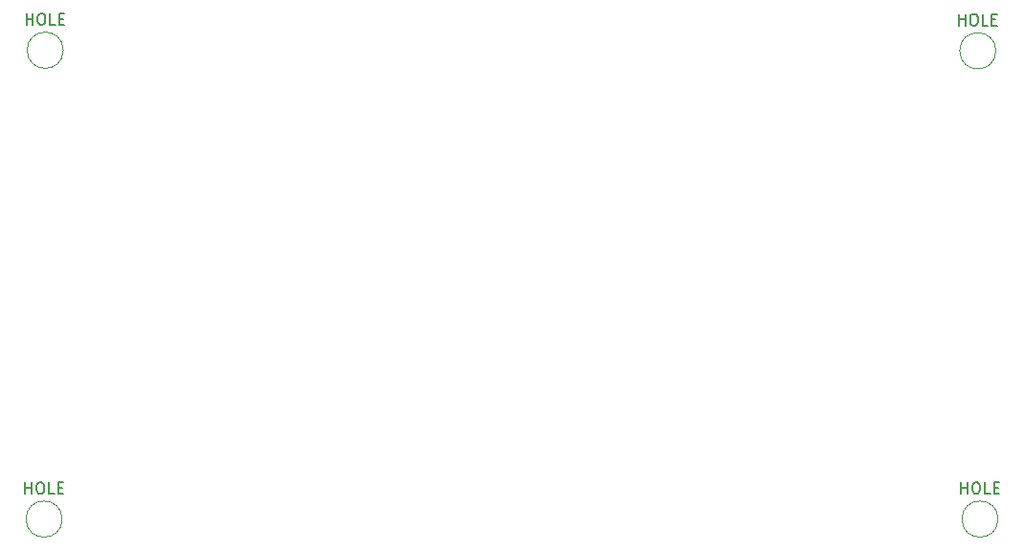
<source format=gbr>
%TF.GenerationSoftware,KiCad,Pcbnew,(5.1.6)-1*%
%TF.CreationDate,2020-10-14T00:51:24+03:00*%
%TF.ProjectId,aplx6.rev2.blank,61706c78-362e-4726-9576-322e626c616e,rev?*%
%TF.SameCoordinates,Original*%
%TF.FileFunction,Other,Fab,Top*%
%FSLAX46Y46*%
G04 Gerber Fmt 4.6, Leading zero omitted, Abs format (unit mm)*
G04 Created by KiCad (PCBNEW (5.1.6)-1) date 2020-10-14 00:51:24*
%MOMM*%
%LPD*%
G01*
G04 APERTURE LIST*
%ADD10C,0.120000*%
%ADD11C,0.150000*%
G04 APERTURE END LIST*
D10*
%TO.C,U4*%
X191250000Y-103000000D02*
G75*
G03*
X191250000Y-103000000I-1600000J0D01*
G01*
X191050000Y-61550000D02*
G75*
G03*
X191050000Y-61550000I-1600000J0D01*
G01*
X108450000Y-103000000D02*
G75*
G03*
X108450000Y-103000000I-1600000J0D01*
G01*
X108550000Y-61500000D02*
G75*
G03*
X108550000Y-61500000I-1600000J0D01*
G01*
%TD*%
%TO.C,U4*%
D11*
X187983333Y-100752380D02*
X187983333Y-99752380D01*
X187983333Y-100228571D02*
X188554761Y-100228571D01*
X188554761Y-100752380D02*
X188554761Y-99752380D01*
X189221428Y-99752380D02*
X189411904Y-99752380D01*
X189507142Y-99800000D01*
X189602380Y-99895238D01*
X189650000Y-100085714D01*
X189650000Y-100419047D01*
X189602380Y-100609523D01*
X189507142Y-100704761D01*
X189411904Y-100752380D01*
X189221428Y-100752380D01*
X189126190Y-100704761D01*
X189030952Y-100609523D01*
X188983333Y-100419047D01*
X188983333Y-100085714D01*
X189030952Y-99895238D01*
X189126190Y-99800000D01*
X189221428Y-99752380D01*
X190554761Y-100752380D02*
X190078571Y-100752380D01*
X190078571Y-99752380D01*
X190888095Y-100228571D02*
X191221428Y-100228571D01*
X191364285Y-100752380D02*
X190888095Y-100752380D01*
X190888095Y-99752380D01*
X191364285Y-99752380D01*
X187783333Y-59302380D02*
X187783333Y-58302380D01*
X187783333Y-58778571D02*
X188354761Y-58778571D01*
X188354761Y-59302380D02*
X188354761Y-58302380D01*
X189021428Y-58302380D02*
X189211904Y-58302380D01*
X189307142Y-58350000D01*
X189402380Y-58445238D01*
X189450000Y-58635714D01*
X189450000Y-58969047D01*
X189402380Y-59159523D01*
X189307142Y-59254761D01*
X189211904Y-59302380D01*
X189021428Y-59302380D01*
X188926190Y-59254761D01*
X188830952Y-59159523D01*
X188783333Y-58969047D01*
X188783333Y-58635714D01*
X188830952Y-58445238D01*
X188926190Y-58350000D01*
X189021428Y-58302380D01*
X190354761Y-59302380D02*
X189878571Y-59302380D01*
X189878571Y-58302380D01*
X190688095Y-58778571D02*
X191021428Y-58778571D01*
X191164285Y-59302380D02*
X190688095Y-59302380D01*
X190688095Y-58302380D01*
X191164285Y-58302380D01*
X105183333Y-100752380D02*
X105183333Y-99752380D01*
X105183333Y-100228571D02*
X105754761Y-100228571D01*
X105754761Y-100752380D02*
X105754761Y-99752380D01*
X106421428Y-99752380D02*
X106611904Y-99752380D01*
X106707142Y-99800000D01*
X106802380Y-99895238D01*
X106850000Y-100085714D01*
X106850000Y-100419047D01*
X106802380Y-100609523D01*
X106707142Y-100704761D01*
X106611904Y-100752380D01*
X106421428Y-100752380D01*
X106326190Y-100704761D01*
X106230952Y-100609523D01*
X106183333Y-100419047D01*
X106183333Y-100085714D01*
X106230952Y-99895238D01*
X106326190Y-99800000D01*
X106421428Y-99752380D01*
X107754761Y-100752380D02*
X107278571Y-100752380D01*
X107278571Y-99752380D01*
X108088095Y-100228571D02*
X108421428Y-100228571D01*
X108564285Y-100752380D02*
X108088095Y-100752380D01*
X108088095Y-99752380D01*
X108564285Y-99752380D01*
X105283333Y-59252380D02*
X105283333Y-58252380D01*
X105283333Y-58728571D02*
X105854761Y-58728571D01*
X105854761Y-59252380D02*
X105854761Y-58252380D01*
X106521428Y-58252380D02*
X106711904Y-58252380D01*
X106807142Y-58300000D01*
X106902380Y-58395238D01*
X106950000Y-58585714D01*
X106950000Y-58919047D01*
X106902380Y-59109523D01*
X106807142Y-59204761D01*
X106711904Y-59252380D01*
X106521428Y-59252380D01*
X106426190Y-59204761D01*
X106330952Y-59109523D01*
X106283333Y-58919047D01*
X106283333Y-58585714D01*
X106330952Y-58395238D01*
X106426190Y-58300000D01*
X106521428Y-58252380D01*
X107854761Y-59252380D02*
X107378571Y-59252380D01*
X107378571Y-58252380D01*
X108188095Y-58728571D02*
X108521428Y-58728571D01*
X108664285Y-59252380D02*
X108188095Y-59252380D01*
X108188095Y-58252380D01*
X108664285Y-58252380D01*
%TD*%
M02*

</source>
